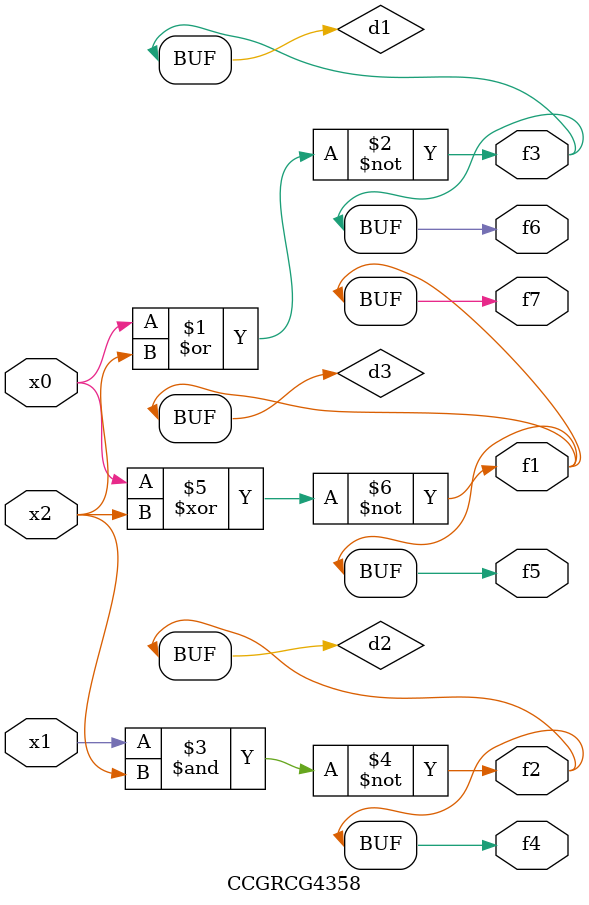
<source format=v>
module CCGRCG4358(
	input x0, x1, x2,
	output f1, f2, f3, f4, f5, f6, f7
);

	wire d1, d2, d3;

	nor (d1, x0, x2);
	nand (d2, x1, x2);
	xnor (d3, x0, x2);
	assign f1 = d3;
	assign f2 = d2;
	assign f3 = d1;
	assign f4 = d2;
	assign f5 = d3;
	assign f6 = d1;
	assign f7 = d3;
endmodule

</source>
